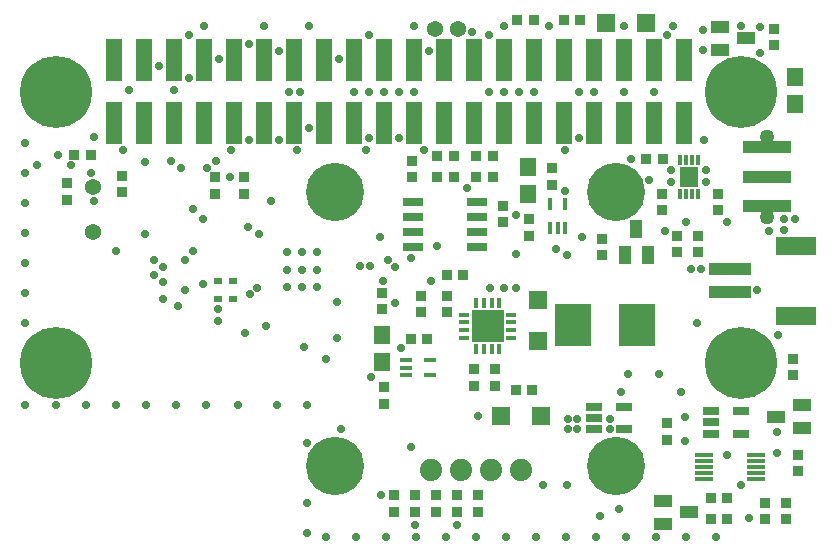
<source format=gts>
*%FSLAX23Y23*%
*%MOIN*%
G01*
%ADD11C,0.000*%
%ADD12C,0.001*%
%ADD13C,0.002*%
%ADD14C,0.006*%
%ADD15C,0.007*%
%ADD16C,0.007*%
%ADD17C,0.008*%
%ADD18C,0.010*%
%ADD19C,0.012*%
%ADD20C,0.015*%
%ADD21C,0.015*%
%ADD22C,0.018*%
%ADD23C,0.022*%
%ADD24C,0.024*%
%ADD25C,0.025*%
%ADD26C,0.029*%
%ADD27C,0.031*%
%ADD28C,0.031*%
%ADD29C,0.035*%
%ADD30C,0.035*%
%ADD31C,0.039*%
%ADD32C,0.039*%
%ADD33C,0.046*%
%ADD34C,0.050*%
%ADD35C,0.051*%
%ADD36C,0.051*%
%ADD37C,0.054*%
%ADD38C,0.055*%
%ADD39C,0.059*%
%ADD40C,0.059*%
%ADD41C,0.070*%
%ADD42C,0.074*%
%ADD43C,0.115*%
%ADD44C,0.135*%
%ADD45C,0.138*%
%ADD46C,0.138*%
%ADD47C,0.158*%
%ADD48C,0.158*%
%ADD49C,0.190*%
%ADD50C,0.194*%
%ADD51C,0.236*%
%ADD52C,0.240*%
%ADD53R,0.011X0.030*%
%ADD54R,0.012X0.030*%
%ADD55R,0.014X0.033*%
%ADD56R,0.014X0.037*%
%ADD57R,0.015X0.034*%
%ADD58R,0.016X0.034*%
%ADD59R,0.018X0.037*%
%ADD60R,0.018X0.041*%
%ADD61R,0.020X0.025*%
%ADD62R,0.021X0.021*%
%ADD63R,0.024X0.029*%
%ADD64R,0.025X0.020*%
%ADD65R,0.029X0.024*%
%ADD66R,0.030X0.011*%
%ADD67R,0.030X0.030*%
%ADD68R,0.031X0.031*%
%ADD69R,0.033X0.014*%
%ADD70R,0.034X0.015*%
%ADD71R,0.034X0.034*%
%ADD72R,0.035X0.035*%
%ADD73R,0.037X0.014*%
%ADD74R,0.037X0.018*%
%ADD75R,0.039X0.055*%
%ADD76R,0.039X0.014*%
%ADD77R,0.041X0.018*%
%ADD78R,0.043X0.059*%
%ADD79R,0.043X0.018*%
%ADD80R,0.047X0.055*%
%ADD81R,0.048X0.024*%
%ADD82R,0.050X0.023*%
%ADD83R,0.050X0.060*%
%ADD84R,0.050X0.135*%
%ADD85R,0.051X0.071*%
%ADD86R,0.051X0.059*%
%ADD87R,0.052X0.028*%
%ADD88R,0.054X0.027*%
%ADD89R,0.054X0.064*%
%ADD90R,0.054X0.139*%
%ADD91R,0.055X0.039*%
%ADD92R,0.055X0.075*%
%ADD93R,0.057X0.012*%
%ADD94R,0.057X0.067*%
%ADD95R,0.059X0.043*%
%ADD96R,0.060X0.060*%
%ADD97R,0.061X0.024*%
%ADD98R,0.061X0.051*%
%ADD99R,0.061X0.016*%
%ADD100R,0.061X0.071*%
%ADD101R,0.063X0.039*%
%ADD102R,0.064X0.064*%
%ADD103R,0.065X0.028*%
%ADD104R,0.065X0.055*%
%ADD105R,0.067X0.043*%
%ADD106R,0.085X0.030*%
%ADD107R,0.089X0.034*%
%ADD108R,0.094X0.030*%
%ADD109R,0.098X0.034*%
%ADD110R,0.104X0.104*%
%ADD111R,0.108X0.108*%
%ADD112R,0.116X0.138*%
%ADD113R,0.120X0.142*%
%ADD114R,0.134X0.059*%
%ADD115R,0.138X0.039*%
%ADD116R,0.138X0.063*%
%ADD117R,0.142X0.043*%
%ADD118R,0.169X0.169*%
%ADD119R,0.173X0.173*%
%ADD120R,0.250X0.250*%
D23*
X10792Y8234D02*
D03*
Y8274D02*
D03*
X10806Y8254D02*
D03*
X10821Y8234D02*
D03*
Y8274D02*
D03*
X10172Y7784D02*
D03*
Y7734D02*
D03*
X10097Y7784D02*
D03*
Y7734D02*
D03*
X10137Y7784D02*
D03*
Y7734D02*
D03*
D26*
X10397Y7994D02*
D03*
X11157Y8114D02*
D03*
X11042Y8754D02*
D03*
X10977Y8759D02*
D03*
X11042Y8669D02*
D03*
X11122Y8114D02*
D03*
X10977Y7229D02*
D03*
X11032Y7879D02*
D03*
X11006Y7118D02*
D03*
X11097Y7334D02*
D03*
Y7404D02*
D03*
X11072Y8074D02*
D03*
X11122Y8079D02*
D03*
X11102Y7729D02*
D03*
X10752Y8759D02*
D03*
X10852Y8744D02*
D03*
Y8679D02*
D03*
X10861Y8238D02*
D03*
Y8278D02*
D03*
X10856Y8378D02*
D03*
X10796Y8103D02*
D03*
X10931D02*
D03*
X10792Y7374D02*
D03*
X10777Y7539D02*
D03*
X10792Y7454D02*
D03*
X10832Y7769D02*
D03*
X10796Y7053D02*
D03*
X10811Y7948D02*
D03*
X10846D02*
D03*
X10932Y7329D02*
D03*
X10896Y7053D02*
D03*
X10672Y8244D02*
D03*
X10612Y8314D02*
D03*
X10587Y8539D02*
D03*
X10687D02*
D03*
X10732Y8729D02*
D03*
X10587Y8759D02*
D03*
X10746Y8278D02*
D03*
Y8238D02*
D03*
X10577Y7539D02*
D03*
X10596Y7053D02*
D03*
X10696D02*
D03*
X10706Y7598D02*
D03*
X10726Y8073D02*
D03*
X10572Y7149D02*
D03*
X10602Y7599D02*
D03*
X10487Y8539D02*
D03*
X10437D02*
D03*
Y8384D02*
D03*
X10432Y7449D02*
D03*
Y7414D02*
D03*
X10542Y7449D02*
D03*
Y7414D02*
D03*
X10496Y7053D02*
D03*
X10507Y7124D02*
D03*
X10447Y8054D02*
D03*
X10392Y8344D02*
D03*
Y8209D02*
D03*
X10402Y7449D02*
D03*
Y7414D02*
D03*
X10397Y7229D02*
D03*
X10396Y7053D02*
D03*
X10361Y8013D02*
D03*
X10237Y8539D02*
D03*
X10287D02*
D03*
X10187D02*
D03*
X10337Y8759D02*
D03*
X10187D02*
D03*
X10227Y8129D02*
D03*
X10296Y7053D02*
D03*
X10196D02*
D03*
X10187Y7884D02*
D03*
X10227D02*
D03*
X10317Y7229D02*
D03*
X10227Y7999D02*
D03*
X10137Y8539D02*
D03*
Y8729D02*
D03*
X10082Y8739D02*
D03*
X10066Y8218D02*
D03*
X10032Y7094D02*
D03*
X10096Y7053D02*
D03*
X9996D02*
D03*
X10102Y7459D02*
D03*
X10142Y7884D02*
D03*
X9837Y8539D02*
D03*
X9887D02*
D03*
X9787D02*
D03*
X9937Y8674D02*
D03*
X9922Y8344D02*
D03*
X9887Y8759D02*
D03*
X9837Y8384D02*
D03*
X9966Y8023D02*
D03*
X9877Y7354D02*
D03*
X9777Y7194D02*
D03*
X9892Y7094D02*
D03*
X9896Y7053D02*
D03*
X9796D02*
D03*
X9826Y7833D02*
D03*
X9846Y7683D02*
D03*
X9776Y8053D02*
D03*
X9786Y7908D02*
D03*
X9826Y7953D02*
D03*
X9801Y7978D02*
D03*
X9946Y7908D02*
D03*
X9877Y7984D02*
D03*
X9727Y8344D02*
D03*
X9737Y8729D02*
D03*
Y8539D02*
D03*
X9687D02*
D03*
X9637Y8649D02*
D03*
X9737Y8385D02*
D03*
X9696Y7053D02*
D03*
X9596D02*
D03*
Y7648D02*
D03*
X9631Y7718D02*
D03*
Y7838D02*
D03*
X9646Y7413D02*
D03*
X9707Y7959D02*
D03*
X9746Y7588D02*
D03*
X9742Y7959D02*
D03*
X9537Y8759D02*
D03*
Y8419D02*
D03*
X9507Y8539D02*
D03*
X9472D02*
D03*
X9437Y8379D02*
D03*
Y8674D02*
D03*
X9497Y8344D02*
D03*
X9387Y8759D02*
D03*
X9411Y8173D02*
D03*
X9531Y7493D02*
D03*
X9432Y7494D02*
D03*
X9516Y7943D02*
D03*
Y7888D02*
D03*
Y8003D02*
D03*
X9396Y7758D02*
D03*
X9466Y7888D02*
D03*
Y7943D02*
D03*
Y8003D02*
D03*
X9531Y7068D02*
D03*
Y7168D02*
D03*
Y7368D02*
D03*
X9566Y7888D02*
D03*
Y7943D02*
D03*
Y8003D02*
D03*
X9522Y7689D02*
D03*
X9227Y8309D02*
D03*
X9197Y8284D02*
D03*
X9237Y8649D02*
D03*
X9337Y8379D02*
D03*
Y8699D02*
D03*
X9277Y8344D02*
D03*
X9187Y8759D02*
D03*
X9276Y8253D02*
D03*
X9186Y8113D02*
D03*
X9302Y7494D02*
D03*
X9196Y7493D02*
D03*
X9236Y7813D02*
D03*
Y7773D02*
D03*
X9186Y7898D02*
D03*
X9326Y7733D02*
D03*
X9366Y7883D02*
D03*
X9341Y7863D02*
D03*
X9336Y8088D02*
D03*
X9371Y8063D02*
D03*
X9077Y8309D02*
D03*
X9112Y8284D02*
D03*
X9137Y8729D02*
D03*
X9087Y8544D02*
D03*
X9137Y8584D02*
D03*
X9037Y8624D02*
D03*
X8992Y8304D02*
D03*
X9151Y8148D02*
D03*
X9096Y7493D02*
D03*
X8996D02*
D03*
X9101Y7823D02*
D03*
X9051Y7848D02*
D03*
X9021Y7928D02*
D03*
Y7978D02*
D03*
X9051Y7903D02*
D03*
Y7953D02*
D03*
X8992Y8064D02*
D03*
X9151Y8008D02*
D03*
X9126Y7978D02*
D03*
Y7878D02*
D03*
X8937Y8544D02*
D03*
X8917Y8344D02*
D03*
X8896Y7493D02*
D03*
Y8008D02*
D03*
X8822Y8389D02*
D03*
X8811Y8268D02*
D03*
X8821Y8173D02*
D03*
X8796Y7493D02*
D03*
X8631Y8293D02*
D03*
X8701Y8328D02*
D03*
X8746Y8293D02*
D03*
X8696Y7493D02*
D03*
X8591Y8368D02*
D03*
Y8268D02*
D03*
Y8168D02*
D03*
X8592Y7494D02*
D03*
X8591Y8068D02*
D03*
Y7968D02*
D03*
Y7868D02*
D03*
Y7768D02*
D03*
D34*
X11066Y8389D02*
D03*
X11066Y8121D02*
D03*
D37*
X8819Y8221D02*
D03*
X8819Y8071D02*
D03*
X10036Y8748D02*
D03*
X9957D02*
D03*
D42*
X9946Y7278D02*
D03*
X10046D02*
D03*
X10146D02*
D03*
X10246D02*
D03*
D50*
X10561Y8204D02*
D03*
Y7291D02*
D03*
X9624Y8204D02*
D03*
Y7291D02*
D03*
D52*
X10978Y8538D02*
D03*
Y7633D02*
D03*
X8695Y8538D02*
D03*
Y7633D02*
D03*
D58*
X10776Y8312D02*
D03*
X10796D02*
D03*
X10815D02*
D03*
X10835D02*
D03*
Y8198D02*
D03*
X10815D02*
D03*
X10796D02*
D03*
X10776Y8198D02*
D03*
D59*
X10173Y7680D02*
D03*
X10147D02*
D03*
X10121D02*
D03*
X10096D02*
D03*
Y7835D02*
D03*
X10121D02*
D03*
X10147D02*
D03*
X10173D02*
D03*
D60*
X10342Y8084D02*
D03*
Y8164D02*
D03*
X10392D02*
D03*
Y8084D02*
D03*
X10367D02*
D03*
D65*
X9286Y7908D02*
D03*
X9236D02*
D03*
X9286Y7848D02*
D03*
X9236D02*
D03*
D71*
X10932Y7184D02*
D03*
X10877D02*
D03*
X10932Y7114D02*
D03*
X10877D02*
D03*
X11057Y7169D02*
D03*
Y7114D02*
D03*
X11127Y7169D02*
D03*
Y7114D02*
D03*
X11152Y7594D02*
D03*
Y7649D02*
D03*
X11167Y7274D02*
D03*
Y7329D02*
D03*
X10732Y7379D02*
D03*
Y7434D02*
D03*
X9822Y7139D02*
D03*
Y7194D02*
D03*
X9892Y7139D02*
D03*
Y7194D02*
D03*
X10102Y7139D02*
D03*
Y7194D02*
D03*
X10032Y7139D02*
D03*
Y7194D02*
D03*
X9962Y7139D02*
D03*
Y7194D02*
D03*
X10087Y7559D02*
D03*
Y7614D02*
D03*
X10157Y7559D02*
D03*
Y7614D02*
D03*
X10227Y7544D02*
D03*
X10282D02*
D03*
X8731Y8178D02*
D03*
Y8233D02*
D03*
X8756Y8328D02*
D03*
X8811D02*
D03*
X8916Y8203D02*
D03*
Y8258D02*
D03*
X9226Y8198D02*
D03*
Y8253D02*
D03*
X9321Y8198D02*
D03*
Y8253D02*
D03*
X9912Y7859D02*
D03*
Y7804D02*
D03*
X9997D02*
D03*
Y7859D02*
D03*
Y7929D02*
D03*
X10052D02*
D03*
X10232Y8779D02*
D03*
X10287D02*
D03*
X10387D02*
D03*
X10442D02*
D03*
X11087Y8749D02*
D03*
Y8694D02*
D03*
X10662Y8314D02*
D03*
X10717D02*
D03*
X10716Y8143D02*
D03*
Y8198D02*
D03*
X10901Y8143D02*
D03*
Y8198D02*
D03*
X10836Y8058D02*
D03*
Y8003D02*
D03*
X10766Y8058D02*
D03*
Y8003D02*
D03*
X10516Y8048D02*
D03*
Y7993D02*
D03*
X10272Y8059D02*
D03*
Y8114D02*
D03*
X10347Y8229D02*
D03*
Y8284D02*
D03*
X10186Y8158D02*
D03*
Y8103D02*
D03*
X10151Y8253D02*
D03*
X10096D02*
D03*
X10151Y8323D02*
D03*
X10096D02*
D03*
X10021D02*
D03*
X9966D02*
D03*
Y8253D02*
D03*
X10021D02*
D03*
X9881D02*
D03*
Y8308D02*
D03*
X9782Y7814D02*
D03*
Y7869D02*
D03*
X9877Y7714D02*
D03*
X9932D02*
D03*
X9787Y7499D02*
D03*
Y7554D02*
D03*
D74*
X10056Y7719D02*
D03*
Y7745D02*
D03*
Y7770D02*
D03*
Y7796D02*
D03*
X10212D02*
D03*
Y7770D02*
D03*
Y7745D02*
D03*
X10212Y7719D02*
D03*
D77*
X9862Y7644D02*
D03*
X9942D02*
D03*
Y7594D02*
D03*
X9862D02*
D03*
Y7619D02*
D03*
D78*
X10629Y8081D02*
D03*
X10667Y7994D02*
D03*
X10592D02*
D03*
D87*
X10590Y7489D02*
D03*
Y7414D02*
D03*
X10487Y7452D02*
D03*
Y7414D02*
D03*
Y7489D02*
D03*
D88*
X10877Y7474D02*
D03*
Y7399D02*
D03*
Y7437D02*
D03*
X10977Y7474D02*
D03*
Y7399D02*
D03*
D89*
X11157Y8499D02*
D03*
Y8589D02*
D03*
X10267Y8199D02*
D03*
Y8289D02*
D03*
X9782Y7639D02*
D03*
Y7729D02*
D03*
D90*
X8887Y8434D02*
D03*
X8987D02*
D03*
X9087D02*
D03*
X9187D02*
D03*
X9287D02*
D03*
X9387D02*
D03*
X9487D02*
D03*
X9587D02*
D03*
X9687D02*
D03*
X9787D02*
D03*
X9887D02*
D03*
X9987D02*
D03*
X10087D02*
D03*
X10187D02*
D03*
X10287D02*
D03*
X10387D02*
D03*
X10487D02*
D03*
X10587D02*
D03*
X10687D02*
D03*
X8887Y8644D02*
D03*
X8987D02*
D03*
X9087D02*
D03*
X9187D02*
D03*
X9287D02*
D03*
X9387D02*
D03*
X9487D02*
D03*
X9587D02*
D03*
X9687D02*
D03*
X9787D02*
D03*
X9887D02*
D03*
X9987D02*
D03*
X10087D02*
D03*
X10187D02*
D03*
X10287D02*
D03*
X10387D02*
D03*
X10487D02*
D03*
X10587D02*
D03*
X10687D02*
D03*
X10787D02*
D03*
X10787Y8434D02*
D03*
D95*
X11095Y7456D02*
D03*
X11182Y7494D02*
D03*
Y7419D02*
D03*
X10804Y7137D02*
D03*
X10717Y7099D02*
D03*
Y7174D02*
D03*
X10907Y8754D02*
D03*
Y8679D02*
D03*
X10994Y8717D02*
D03*
D99*
X10854Y7249D02*
D03*
Y7268D02*
D03*
Y7288D02*
D03*
Y7308D02*
D03*
Y7327D02*
D03*
X11027D02*
D03*
X11027Y7308D02*
D03*
Y7288D02*
D03*
X11027Y7268D02*
D03*
X11027Y7249D02*
D03*
D100*
X10806Y8255D02*
D03*
D102*
X10312Y7459D02*
D03*
X10177D02*
D03*
X10302Y7709D02*
D03*
Y7844D02*
D03*
X10662Y8769D02*
D03*
X10527D02*
D03*
D103*
X10098Y8022D02*
D03*
Y8072D02*
D03*
Y8122D02*
D03*
Y8172D02*
D03*
X9886Y8022D02*
D03*
Y8072D02*
D03*
Y8122D02*
D03*
Y8172D02*
D03*
D105*
X11112Y8353D02*
D03*
X11065D02*
D03*
X11018D02*
D03*
X11112Y8255D02*
D03*
X11061D02*
D03*
X11018D02*
D03*
X11112Y8157D02*
D03*
X11066D02*
D03*
X11018D02*
D03*
D111*
X10134Y7758D02*
D03*
D113*
X10633Y7762D02*
D03*
X10419D02*
D03*
D116*
X11161Y7790D02*
D03*
Y8026D02*
D03*
D117*
X10942Y7870D02*
D03*
Y7948D02*
D03*
M02*

</source>
